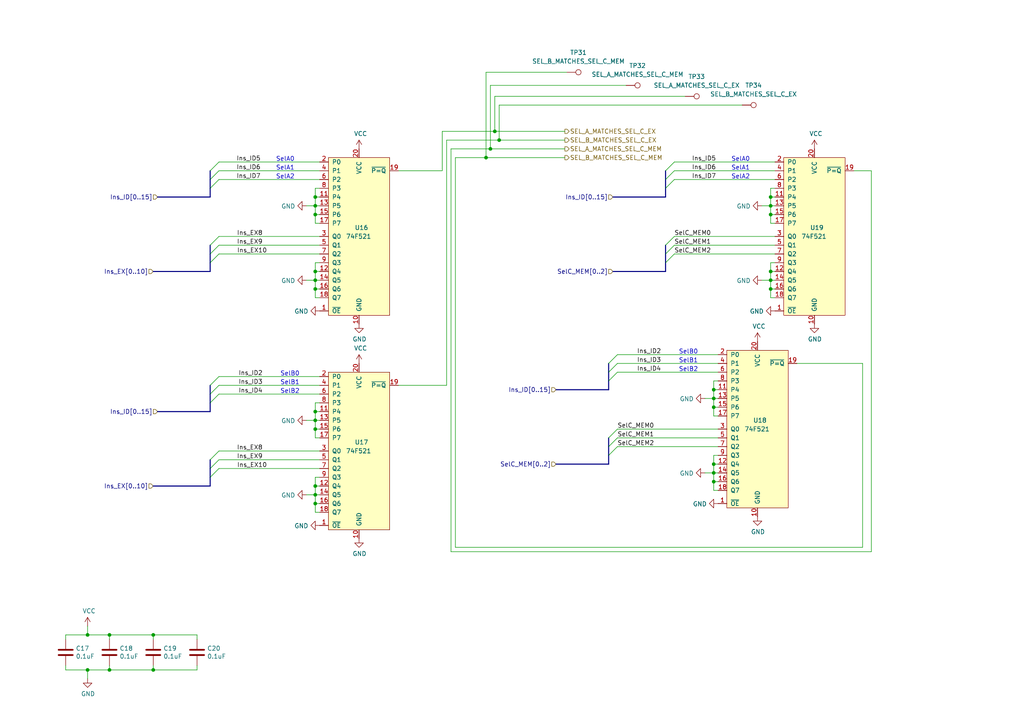
<source format=kicad_sch>
(kicad_sch (version 20230121) (generator eeschema)
  (paper "A4")
  (title_block (date "2023-11-20") (rev "A"))
  (lib_symbols
    (symbol "74xx (kicad5):74F521" (pin_names (offset 1.016))
      (property "Reference" "U" (at 0 0 0))
      (property "Value" "74F521" (at 0 -2.54 0))
      (symbol "74F521_0_0"
        (pin input line (at -11.43 -24.13 0) (length 2.54) (name "~{OE}") (number "1"))
        (pin power_in line (at 0 -27.94 90) (length 2.54) (name "GND") (number "10"))
        (pin input line (at -11.43 8.89 0) (length 2.54) (name "P4") (number "11"))
        (pin input line (at -11.43 -12.7 0) (length 2.54) (name "Q4") (number "12"))
        (pin input line (at -11.43 6.35 0) (length 2.54) (name "P5") (number "13"))
        (pin input line (at -11.43 -15.24 0) (length 2.54) (name "Q5") (number "14"))
        (pin input line (at -11.43 3.81 0) (length 2.54) (name "P6") (number "15"))
        (pin input line (at -11.43 -17.78 0) (length 2.54) (name "Q6") (number "16"))
        (pin input line (at -11.43 1.27 0) (length 2.54) (name "P7") (number "17"))
        (pin input line (at -11.43 -20.32 0) (length 2.54) (name "Q7") (number "18"))
        (pin output line (at 11.43 16.51 180) (length 2.54) (name "~{P=Q}") (number "19"))
        (pin input line (at -11.43 19.05 0) (length 2.54) (name "P0") (number "2"))
        (pin power_in line (at 0 22.86 270) (length 2.54) (name "VCC") (number "20"))
        (pin input line (at -11.43 -2.54 0) (length 2.54) (name "Q0") (number "3"))
        (pin input line (at -11.43 16.51 0) (length 2.54) (name "P1") (number "4"))
        (pin input line (at -11.43 -5.08 0) (length 2.54) (name "Q1") (number "5"))
        (pin input line (at -11.43 13.97 0) (length 2.54) (name "P2") (number "6"))
        (pin input line (at -11.43 -7.62 0) (length 2.54) (name "Q2") (number "7"))
        (pin input line (at -11.43 11.43 0) (length 2.54) (name "P3") (number "8"))
        (pin input line (at -11.43 -10.16 0) (length 2.54) (name "Q3") (number "9"))
      )
      (symbol "74F521_0_1"
        (rectangle (start -8.89 20.32) (end 8.89 -25.4) (fill (type background)))
      )
    )
    (symbol "Connector:TestPoint" (pin_numbers hide) (pin_names (offset 0.762) hide)
      (property "Reference" "TP" (at 0 6.858 0))
      (property "Value" "TestPoint" (at 0 5.08 0))
      (symbol "TestPoint_0_1"
        (circle (center 0 3.302) (radius 0.762))
      )
      (symbol "TestPoint_1_1"
        (pin passive line (at 0 0 90) (length 2.54) (name "1") (number "1"))
      )
    )
    (symbol "Device:C" (pin_numbers hide) (pin_names (offset 0.254))
      (property "Reference" "C" (at 0.635 2.54 0))
      (property "Value" "C" (at 0.635 -2.54 0))
      (symbol "C_0_1"
        (polyline (pts (xy -2.032 -0.762) (xy 2.032 -0.762)) (stroke (width 0.508)))
        (polyline (pts (xy -2.032 0.762) (xy 2.032 0.762)) (stroke (width 0.508)))
      )
      (symbol "C_1_1"
        (pin passive line (at 0 3.81 270) (length 2.794) (name "~") (number "1"))
        (pin passive line (at 0 -3.81 90) (length 2.794) (name "~") (number "2"))
      )
    )
    (symbol "power:GND" (power) (pin_names (offset 0))
      (property "Value" "GND" (at 0 -3.81 0))
      (symbol "GND_0_1"
        (polyline (pts (xy 0 0) (xy 0 -1.27) (xy 1.27 -1.27) (xy 0 -2.54) (xy -1.27 -1.27) (xy 0 -1.27)))
      )
      (symbol "GND_1_1"
        (pin power_in line (at 0 0 270) (length 0) hide (name "GND") (number "1"))
      )
    )
    (symbol "power:VCC" (power) (pin_names (offset 0))
      (property "Value" "VCC" (at 0 3.81 0))
      (symbol "VCC_0_1"
        (polyline (pts (xy -0.762 1.27) (xy 0 2.54)))
        (polyline (pts (xy 0 0) (xy 0 2.54)))
        (polyline (pts (xy 0 2.54) (xy 0.762 1.27)))
      )
      (symbol "VCC_1_1"
        (pin power_in line (at 0 0 90) (length 0) hide (name "VCC") (number "1"))
      )
    )
  )
  (junction (at 207.01 139.7))
  (junction (at 144.78 40.64))
  (junction (at 25.4 184.15))
  (junction (at 207.01 113.03))
  (junction (at 91.44 57.15))
  (junction (at 207.01 137.16))
  (junction (at 143.51 38.1))
  (junction (at 223.52 78.74))
  (junction (at 91.44 119.38))
  (junction (at 223.52 59.69))
  (junction (at 142.24 43.18))
  (junction (at 140.97 45.72))
  (junction (at 25.4 194.31))
  (junction (at 91.44 146.05))
  (junction (at 91.44 140.97))
  (junction (at 207.01 118.11))
  (junction (at 223.52 57.15))
  (junction (at 223.52 62.23))
  (junction (at 91.44 143.51))
  (junction (at 91.44 59.69))
  (junction (at 91.44 81.28))
  (junction (at 223.52 83.82))
  (junction (at 44.45 194.31))
  (junction (at 31.75 194.31))
  (junction (at 223.52 81.28))
  (junction (at 31.75 184.15))
  (junction (at 91.44 62.23))
  (junction (at 91.44 121.92))
  (junction (at 207.01 115.57))
  (junction (at 207.01 134.62))
  (junction (at 44.45 184.15))
  (junction (at 91.44 83.82))
  (junction (at 91.44 78.74))
  (junction (at 91.44 124.46))
  (bus_entry (at 193.04 71.12) (size 2.54 -2.54))
  (bus_entry (at 63.5 46.99) (size -2.54 2.54))
  (bus_entry (at 176.53 127) (size 2.54 -2.54))
  (bus_entry (at 179.07 102.87) (size -2.54 2.54))
  (bus_entry (at 63.5 49.53) (size -2.54 2.54))
  (bus_entry (at 193.04 76.2) (size 2.54 -2.54))
  (bus_entry (at 179.07 105.41) (size -2.54 2.54))
  (bus_entry (at 60.96 138.43) (size 2.54 -2.54))
  (bus_entry (at 63.5 114.3) (size -2.54 2.54))
  (bus_entry (at 176.53 132.08) (size 2.54 -2.54))
  (bus_entry (at 195.58 49.53) (size -2.54 2.54))
  (bus_entry (at 60.96 71.12) (size 2.54 -2.54))
  (bus_entry (at 63.5 109.22) (size -2.54 2.54))
  (bus_entry (at 195.58 46.99) (size -2.54 2.54))
  (bus_entry (at 63.5 111.76) (size -2.54 2.54))
  (bus_entry (at 179.07 107.95) (size -2.54 2.54))
  (bus_entry (at 60.96 135.89) (size 2.54 -2.54))
  (bus_entry (at 195.58 52.07) (size -2.54 2.54))
  (bus_entry (at 60.96 133.35) (size 2.54 -2.54))
  (bus_entry (at 63.5 52.07) (size -2.54 2.54))
  (bus_entry (at 193.04 73.66) (size 2.54 -2.54))
  (bus_entry (at 60.96 73.66) (size 2.54 -2.54))
  (bus_entry (at 176.53 129.54) (size 2.54 -2.54))
  (bus_entry (at 60.96 76.2) (size 2.54 -2.54))
  (bus (pts (xy 60.96 52.07) (xy 60.96 54.61)))
  (wire (pts (xy 143.51 27.94) (xy 143.51 38.1)))
  (bus (pts (xy 60.96 49.53) (xy 60.96 52.07)))
  (wire (pts (xy 91.44 57.15) (xy 91.44 59.69)))
  (wire (pts (xy 140.97 45.72) (xy 163.83 45.72)))
  (bus (pts (xy 177.8 78.74) (xy 193.04 78.74)))
  (wire (pts (xy 44.45 194.31) (xy 57.15 194.31)))
  (wire (pts (xy 91.44 62.23) (xy 91.44 64.77)))
  (wire (pts (xy 195.58 46.99) (xy 224.79 46.99)))
  (bus (pts (xy 161.29 134.62) (xy 176.53 134.62)))
  (bus (pts (xy 176.53 110.49) (xy 176.53 113.03)))
  (bus (pts (xy 176.53 105.41) (xy 176.53 107.95)))
  (wire (pts (xy 130.81 43.18) (xy 142.24 43.18)))
  (bus (pts (xy 176.53 127) (xy 176.53 129.54)))
  (wire (pts (xy 92.71 140.97) (xy 91.44 140.97)))
  (wire (pts (xy 231.14 105.41) (xy 250.19 105.41)))
  (wire (pts (xy 63.5 109.22) (xy 92.71 109.22)))
  (bus (pts (xy 60.96 135.89) (xy 60.96 138.43)))
  (bus (pts (xy 176.53 132.08) (xy 176.53 134.62)))
  (wire (pts (xy 91.44 121.92) (xy 91.44 124.46)))
  (wire (pts (xy 132.08 45.72) (xy 140.97 45.72)))
  (wire (pts (xy 224.79 68.58) (xy 195.58 68.58)))
  (wire (pts (xy 223.52 59.69) (xy 224.79 59.69)))
  (wire (pts (xy 215.265 30.48) (xy 144.78 30.48)))
  (bus (pts (xy 176.53 129.54) (xy 176.53 132.08)))
  (bus (pts (xy 193.04 73.66) (xy 193.04 76.2)))
  (wire (pts (xy 207.01 115.57) (xy 208.28 115.57)))
  (wire (pts (xy 25.4 196.85) (xy 25.4 194.31)))
  (wire (pts (xy 207.01 139.7) (xy 207.01 142.24)))
  (wire (pts (xy 57.15 184.15) (xy 57.15 185.42)))
  (wire (pts (xy 91.44 121.92) (xy 88.9 121.92)))
  (wire (pts (xy 142.24 24.765) (xy 142.24 43.18)))
  (wire (pts (xy 224.79 57.15) (xy 223.52 57.15)))
  (wire (pts (xy 25.4 194.31) (xy 31.75 194.31)))
  (wire (pts (xy 91.44 59.69) (xy 91.44 62.23)))
  (wire (pts (xy 207.01 137.16) (xy 204.47 137.16)))
  (wire (pts (xy 91.44 59.69) (xy 92.71 59.69)))
  (bus (pts (xy 193.04 71.12) (xy 193.04 73.66)))
  (wire (pts (xy 207.01 120.65) (xy 208.28 120.65)))
  (wire (pts (xy 207.01 137.16) (xy 207.01 139.7)))
  (bus (pts (xy 60.96 57.15) (xy 45.72 57.15)))
  (wire (pts (xy 179.07 102.87) (xy 208.28 102.87)))
  (wire (pts (xy 223.52 64.77) (xy 224.79 64.77)))
  (bus (pts (xy 193.04 49.53) (xy 193.04 52.07)))
  (wire (pts (xy 142.24 24.765) (xy 181.61 24.765)))
  (wire (pts (xy 208.28 129.54) (xy 179.07 129.54)))
  (wire (pts (xy 207.01 142.24) (xy 208.28 142.24)))
  (wire (pts (xy 91.44 138.43) (xy 91.44 140.97)))
  (wire (pts (xy 250.19 158.75) (xy 132.08 158.75)))
  (wire (pts (xy 207.01 137.16) (xy 208.28 137.16)))
  (wire (pts (xy 224.79 73.66) (xy 195.58 73.66)))
  (wire (pts (xy 19.05 184.15) (xy 25.4 184.15)))
  (bus (pts (xy 60.96 73.66) (xy 60.96 76.2)))
  (wire (pts (xy 195.58 71.12) (xy 224.79 71.12)))
  (wire (pts (xy 19.05 185.42) (xy 19.05 184.15)))
  (bus (pts (xy 44.45 78.74) (xy 60.96 78.74)))
  (wire (pts (xy 92.71 83.82) (xy 91.44 83.82)))
  (wire (pts (xy 92.71 116.84) (xy 91.44 116.84)))
  (wire (pts (xy 63.5 68.58) (xy 92.71 68.58)))
  (bus (pts (xy 176.53 107.95) (xy 176.53 110.49)))
  (wire (pts (xy 208.28 124.46) (xy 179.07 124.46)))
  (wire (pts (xy 91.44 143.51) (xy 92.71 143.51)))
  (wire (pts (xy 25.4 181.61) (xy 25.4 184.15)))
  (wire (pts (xy 223.52 57.15) (xy 223.52 59.69)))
  (bus (pts (xy 176.53 113.03) (xy 161.29 113.03)))
  (wire (pts (xy 223.52 54.61) (xy 223.52 57.15)))
  (wire (pts (xy 91.44 81.28) (xy 91.44 83.82)))
  (wire (pts (xy 208.28 118.11) (xy 207.01 118.11)))
  (wire (pts (xy 92.71 76.2) (xy 91.44 76.2)))
  (wire (pts (xy 91.44 83.82) (xy 91.44 86.36)))
  (wire (pts (xy 195.58 49.53) (xy 224.79 49.53)))
  (wire (pts (xy 91.44 119.38) (xy 91.44 121.92)))
  (wire (pts (xy 63.5 71.12) (xy 92.71 71.12)))
  (wire (pts (xy 223.52 81.28) (xy 223.52 83.82)))
  (wire (pts (xy 208.28 110.49) (xy 207.01 110.49)))
  (bus (pts (xy 193.04 54.61) (xy 193.04 57.15)))
  (wire (pts (xy 207.01 115.57) (xy 207.01 118.11)))
  (wire (pts (xy 91.44 121.92) (xy 92.71 121.92)))
  (wire (pts (xy 91.44 148.59) (xy 92.71 148.59)))
  (wire (pts (xy 207.01 110.49) (xy 207.01 113.03)))
  (wire (pts (xy 91.44 81.28) (xy 92.71 81.28)))
  (wire (pts (xy 208.28 132.08) (xy 207.01 132.08)))
  (bus (pts (xy 193.04 57.15) (xy 177.8 57.15)))
  (wire (pts (xy 92.71 54.61) (xy 91.44 54.61)))
  (bus (pts (xy 60.96 133.35) (xy 60.96 135.89)))
  (bus (pts (xy 60.96 114.3) (xy 60.96 116.84)))
  (wire (pts (xy 91.44 54.61) (xy 91.44 57.15)))
  (wire (pts (xy 92.71 146.05) (xy 91.44 146.05)))
  (wire (pts (xy 223.52 86.36) (xy 224.79 86.36)))
  (wire (pts (xy 128.27 49.53) (xy 128.27 38.1)))
  (wire (pts (xy 91.44 76.2) (xy 91.44 78.74)))
  (wire (pts (xy 223.52 83.82) (xy 223.52 86.36)))
  (wire (pts (xy 91.44 143.51) (xy 88.9 143.51)))
  (wire (pts (xy 207.01 113.03) (xy 207.01 115.57)))
  (wire (pts (xy 224.79 78.74) (xy 223.52 78.74)))
  (wire (pts (xy 44.45 184.15) (xy 57.15 184.15)))
  (wire (pts (xy 91.44 78.74) (xy 91.44 81.28)))
  (wire (pts (xy 63.5 73.66) (xy 92.71 73.66)))
  (bus (pts (xy 60.96 71.12) (xy 60.96 73.66)))
  (bus (pts (xy 60.96 116.84) (xy 60.96 119.38)))
  (wire (pts (xy 91.44 146.05) (xy 91.44 148.59)))
  (wire (pts (xy 207.01 134.62) (xy 207.01 137.16)))
  (bus (pts (xy 193.04 76.2) (xy 193.04 78.74)))
  (wire (pts (xy 224.79 54.61) (xy 223.52 54.61)))
  (wire (pts (xy 63.5 114.3) (xy 92.71 114.3)))
  (wire (pts (xy 224.79 76.2) (xy 223.52 76.2)))
  (wire (pts (xy 223.52 59.69) (xy 220.98 59.69)))
  (wire (pts (xy 140.97 20.955) (xy 164.465 20.955)))
  (wire (pts (xy 223.52 76.2) (xy 223.52 78.74)))
  (wire (pts (xy 92.71 124.46) (xy 91.44 124.46)))
  (wire (pts (xy 252.73 160.02) (xy 130.81 160.02)))
  (wire (pts (xy 19.05 194.31) (xy 25.4 194.31)))
  (wire (pts (xy 63.5 111.76) (xy 92.71 111.76)))
  (wire (pts (xy 92.71 119.38) (xy 91.44 119.38)))
  (wire (pts (xy 142.24 43.18) (xy 163.83 43.18)))
  (wire (pts (xy 63.5 46.99) (xy 92.71 46.99)))
  (wire (pts (xy 195.58 52.07) (xy 224.79 52.07)))
  (wire (pts (xy 140.97 20.955) (xy 140.97 45.72)))
  (wire (pts (xy 91.44 116.84) (xy 91.44 119.38)))
  (wire (pts (xy 144.78 40.64) (xy 163.83 40.64)))
  (wire (pts (xy 25.4 184.15) (xy 31.75 184.15)))
  (wire (pts (xy 92.71 57.15) (xy 91.44 57.15)))
  (wire (pts (xy 63.5 130.81) (xy 92.71 130.81)))
  (bus (pts (xy 60.96 138.43) (xy 60.96 140.97)))
  (wire (pts (xy 115.57 49.53) (xy 128.27 49.53)))
  (bus (pts (xy 44.45 140.97) (xy 60.96 140.97)))
  (wire (pts (xy 31.75 184.15) (xy 31.75 185.42)))
  (wire (pts (xy 92.71 62.23) (xy 91.44 62.23)))
  (wire (pts (xy 129.54 40.64) (xy 144.78 40.64)))
  (wire (pts (xy 31.75 194.31) (xy 31.75 193.04)))
  (bus (pts (xy 60.96 76.2) (xy 60.96 78.74)))
  (wire (pts (xy 223.52 62.23) (xy 223.52 64.77)))
  (wire (pts (xy 207.01 115.57) (xy 204.47 115.57)))
  (bus (pts (xy 193.04 52.07) (xy 193.04 54.61)))
  (wire (pts (xy 179.07 127) (xy 208.28 127)))
  (wire (pts (xy 31.75 184.15) (xy 44.45 184.15)))
  (wire (pts (xy 129.54 40.64) (xy 129.54 111.76)))
  (wire (pts (xy 247.65 49.53) (xy 252.73 49.53)))
  (wire (pts (xy 63.5 133.35) (xy 92.71 133.35)))
  (wire (pts (xy 252.73 49.53) (xy 252.73 160.02)))
  (wire (pts (xy 91.44 81.28) (xy 88.9 81.28)))
  (wire (pts (xy 224.79 83.82) (xy 223.52 83.82)))
  (wire (pts (xy 130.81 43.18) (xy 130.81 160.02)))
  (wire (pts (xy 223.52 81.28) (xy 220.98 81.28)))
  (wire (pts (xy 144.78 30.48) (xy 144.78 40.64)))
  (wire (pts (xy 91.44 124.46) (xy 91.44 127)))
  (wire (pts (xy 19.05 193.04) (xy 19.05 194.31)))
  (wire (pts (xy 63.5 135.89) (xy 92.71 135.89)))
  (wire (pts (xy 92.71 138.43) (xy 91.44 138.43)))
  (wire (pts (xy 115.57 111.76) (xy 129.54 111.76)))
  (wire (pts (xy 91.44 59.69) (xy 88.9 59.69)))
  (wire (pts (xy 207.01 132.08) (xy 207.01 134.62)))
  (wire (pts (xy 57.15 194.31) (xy 57.15 193.04)))
  (bus (pts (xy 60.96 111.76) (xy 60.96 114.3)))
  (wire (pts (xy 91.44 86.36) (xy 92.71 86.36)))
  (wire (pts (xy 179.07 107.95) (xy 208.28 107.95)))
  (wire (pts (xy 91.44 143.51) (xy 91.44 146.05)))
  (wire (pts (xy 91.44 127) (xy 92.71 127)))
  (wire (pts (xy 143.51 38.1) (xy 163.83 38.1)))
  (wire (pts (xy 198.755 27.94) (xy 143.51 27.94)))
  (wire (pts (xy 92.71 78.74) (xy 91.44 78.74)))
  (wire (pts (xy 128.27 38.1) (xy 143.51 38.1)))
  (wire (pts (xy 44.45 184.15) (xy 44.45 185.42)))
  (wire (pts (xy 63.5 49.53) (xy 92.71 49.53)))
  (wire (pts (xy 223.52 59.69) (xy 223.52 62.23)))
  (wire (pts (xy 208.28 139.7) (xy 207.01 139.7)))
  (wire (pts (xy 91.44 140.97) (xy 91.44 143.51)))
  (wire (pts (xy 208.28 113.03) (xy 207.01 113.03)))
  (wire (pts (xy 31.75 194.31) (xy 44.45 194.31)))
  (bus (pts (xy 60.96 54.61) (xy 60.96 57.15)))
  (bus (pts (xy 60.96 119.38) (xy 45.72 119.38)))
  (wire (pts (xy 44.45 194.31) (xy 44.45 193.04)))
  (wire (pts (xy 179.07 105.41) (xy 208.28 105.41)))
  (wire (pts (xy 223.52 81.28) (xy 224.79 81.28)))
  (wire (pts (xy 132.08 45.72) (xy 132.08 158.75)))
  (wire (pts (xy 224.79 62.23) (xy 223.52 62.23)))
  (wire (pts (xy 207.01 118.11) (xy 207.01 120.65)))
  (wire (pts (xy 63.5 52.07) (xy 92.71 52.07)))
  (wire (pts (xy 223.52 78.74) (xy 223.52 81.28)))
  (wire (pts (xy 208.28 134.62) (xy 207.01 134.62)))
  (wire (pts (xy 91.44 64.77) (xy 92.71 64.77)))
  (wire (pts (xy 250.19 105.41) (xy 250.19 158.75)))
  (text "SelA0" (at 212.09 46.99 0) (effects (font (size 1.27 1.27)) (justify left bottom)))
  (text "SelB1" (at 81.28 111.76 0) (effects (font (size 1.27 1.27)) (justify left bottom)))
  (text "SelA2" (at 212.09 52.07 0) (effects (font (size 1.27 1.27)) (justify left bottom)))
  (text "SelA1" (at 212.09 49.53 0) (effects (font (size 1.27 1.27)) (justify left bottom)))
  (text "SelB2" (at 196.85 107.95 0) (effects (font (size 1.27 1.27)) (justify left bottom)))
  (text "SelA0" (at 80.01 46.99 0) (effects (font (size 1.27 1.27)) (justify left bottom)))
  (text "SelB2" (at 81.28 114.3 0) (effects (font (size 1.27 1.27)) (justify left bottom)))
  (text "SelA1" (at 80.01 49.53 0) (effects (font (size 1.27 1.27)) (justify left bottom)))
  (text "SelA2" (at 80.01 52.07 0) (effects (font (size 1.27 1.27)) (justify left bottom)))
  (text "SelB0" (at 196.85 102.87 0) (effects (font (size 1.27 1.27)) (justify left bottom)))
  (text "SelB0" (at 81.28 109.22 0) (effects (font (size 1.27 1.27)) (justify left bottom)))
  (text "SelB1" (at 196.85 105.41 0) (effects (font (size 1.27 1.27)) (justify left bottom)))
  (label "Ins_ID7" (at 200.66 52.07 0))
  (label "SelC_MEM1" (at 195.58 71.12 0))
  (label "SelC_MEM0" (at 195.58 68.58 0))
  (label "SelC_MEM0" (at 179.07 124.46 0))
  (label "Ins_ID3" (at 76.2 111.76 180))
  (label "Ins_EX9" (at 76.2 133.35 180))
  (label "Ins_EX10" (at 77.47 135.89 180))
  (label "Ins_EX9" (at 76.2 71.12 180))
  (label "Ins_EX8" (at 76.2 68.58 180))
  (label "Ins_ID2" (at 76.2 109.22 180))
  (label "Ins_EX8" (at 76.2 130.81 180))
  (label "SelC_MEM2" (at 179.07 129.54 0))
  (label "Ins_ID4" (at 76.2 114.3 180))
  (label "Ins_ID6" (at 68.58 49.53 0))
  (label "Ins_EX10" (at 77.47 73.66 180))
  (label "Ins_ID2" (at 191.77 102.87 180))
  (label "Ins_ID6" (at 200.66 49.53 0))
  (label "SelC_MEM1" (at 179.07 127 0))
  (label "Ins_ID3" (at 191.77 105.41 180))
  (label "SelC_MEM2" (at 195.58 73.66 0))
  (label "Ins_ID5" (at 200.66 46.99 0))
  (label "Ins_ID5" (at 68.58 46.99 0))
  (label "Ins_ID7" (at 68.58 52.07 0))
  (label "Ins_ID4" (at 191.77 107.95 180))
  (hierarchical_label "SEL_A_MATCHES_SEL_C_EX" (shape output) (at 163.83 38.1 0))
  (hierarchical_label "Ins_EX[0..10]" (shape input) (at 44.45 78.74 180))
  (hierarchical_label "SEL_A_MATCHES_SEL_C_MEM" (shape output) (at 163.83 43.18 0))
  (hierarchical_label "SEL_B_MATCHES_SEL_C_MEM" (shape output) (at 163.83 45.72 0))
  (hierarchical_label "SelC_MEM[0..2]" (shape input) (at 161.29 134.62 180))
  (hierarchical_label "Ins_ID[0..15]" (shape input) (at 161.29 113.03 180))
  (hierarchical_label "Ins_ID[0..15]" (shape input) (at 45.72 119.38 180))
  (hierarchical_label "Ins_ID[0..15]" (shape input) (at 45.72 57.15 180))
  (hierarchical_label "Ins_EX[0..10]" (shape input) (at 44.45 140.97 180))
  (hierarchical_label "SelC_MEM[0..2]" (shape input) (at 177.8 78.74 180))
  (hierarchical_label "Ins_ID[0..15]" (shape input) (at 177.8 57.15 180))
  (hierarchical_label "SEL_B_MATCHES_SEL_C_EX" (shape output) (at 163.83 40.64 0))
  (symbol (lib_id "Device:C") (at 19.05 189.23 0) (unit 1)
    (property "Reference" "C17" (at 21.971 188.0616 0) (effects (justify left)))
    (property "Value" "0.1uF" (at 21.971 190.373 0) (effects (justify left)))
    (property "Footprint" "Capacitor_SMD:C_0603_1608Metric_Pad1.08x0.95mm_HandSolder" (effects hide))
    (property "Mouser" "https://www.mouser.com/ProductDetail/963-EMK107B7104KAHT" (effects hide))
  )
  (symbol (lib_id "power:VCC") (at 25.4 181.61 0) (unit 1)
    (property "Reference" "#PWR084" (effects hide))
    (property "Value" "VCC" (at 25.8318 177.2158 0))
  )
  (symbol (lib_id "power:GND") (at 25.4 196.85 0) (unit 1)
    (property "Reference" "#PWR085" (effects hide))
    (property "Value" "GND" (at 25.527 201.2442 0))
  )
  (symbol (lib_id "Device:C") (at 31.75 189.23 0) (unit 1)
    (property "Reference" "C18" (at 34.671 188.0616 0) (effects (justify left)))
    (property "Value" "0.1uF" (at 34.671 190.373 0) (effects (justify left)))
    (property "Footprint" "Capacitor_SMD:C_0603_1608Metric_Pad1.08x0.95mm_HandSolder" (effects hide))
    (property "Mouser" "https://www.mouser.com/ProductDetail/963-EMK107B7104KAHT" (effects hide))
  )
  (symbol (lib_id "Device:C") (at 44.45 189.23 0) (unit 1)
    (property "Reference" "C19" (at 47.371 188.0616 0) (effects (justify left)))
    (property "Value" "0.1uF" (at 47.371 190.373 0) (effects (justify left)))
    (property "Footprint" "Capacitor_SMD:C_0603_1608Metric_Pad1.08x0.95mm_HandSolder" (effects hide))
    (property "Mouser" "https://www.mouser.com/ProductDetail/963-EMK107B7104KAHT" (effects hide))
  )
  (symbol (lib_id "Device:C") (at 57.15 189.23 0) (unit 1)
    (property "Reference" "C20" (at 60.071 188.0616 0) (effects (justify left)))
    (property "Value" "0.1uF" (at 60.071 190.373 0) (effects (justify left)))
    (property "Footprint" "Capacitor_SMD:C_0603_1608Metric_Pad1.08x0.95mm_HandSolder" (effects hide))
    (property "Mouser" "https://www.mouser.com/ProductDetail/963-EMK107B7104KAHT" (effects hide))
  )
  (symbol (lib_id "74xx (kicad5):74F521") (at 104.14 66.04 0) (unit 1)
    (property "Reference" "U16" (at 102.87 66.04 0) (effects (justify left)))
    (property "Value" "74F521" (at 100.33 68.58 0) (effects (justify left)))
    (property "Footprint" "Package_SO:SOIC-20W_7.5x12.8mm_P1.27mm" (effects hide))
    (property "Datasheet" "https://www.ti.com/lit/ds/symlink/sn74f521.pdf?HQS=dis-mous-null-mousermode-dsf-pf-null-wwe&ts=1617462836509" (effects hide))
    (property "Mouser" "https://www.mouser.com/ProductDetail/Texas-Instruments/SN74F521DWR?qs=mE33ZKBHyE6Hxf0oNfiDUg%3D%3D" (effects hide))
  )
  (symbol (lib_id "power:VCC") (at 104.14 43.18 0) (unit 1)
    (property "Reference" "#PWR092" (effects hide))
    (property "Value" "VCC" (at 104.5718 38.7858 0))
  )
  (symbol (lib_id "power:GND") (at 104.14 93.98 0) (unit 1)
    (property "Reference" "#PWR093" (effects hide))
    (property "Value" "GND" (at 104.267 98.3742 0))
  )
  (symbol (lib_id "power:GND") (at 92.71 90.17 270) (unit 1)
    (property "Reference" "#PWR090" (effects hide))
    (property "Value" "GND" (at 89.4588 90.297 90) (effects (justify right)))
  )
  (symbol (lib_id "power:GND") (at 88.9 81.28 270) (unit 1)
    (property "Reference" "#PWR087" (effects hide))
    (property "Value" "GND" (at 85.6488 81.407 90) (effects (justify right)))
  )
  (symbol (lib_id "power:GND") (at 88.9 59.69 270) (unit 1)
    (property "Reference" "#PWR086" (effects hide))
    (property "Value" "GND" (at 85.6488 59.817 90) (effects (justify right)))
  )
  (symbol (lib_id "74xx (kicad5):74F521") (at 104.14 128.27 0) (unit 1)
    (property "Reference" "U17" (at 102.87 128.27 0) (effects (justify left)))
    (property "Value" "74F521" (at 100.33 130.81 0) (effects (justify left)))
    (property "Footprint" "Package_SO:SOIC-20W_7.5x12.8mm_P1.27mm" (effects hide))
    (property "Datasheet" "https://www.ti.com/lit/ds/symlink/sn74f521.pdf?HQS=dis-mous-null-mousermode-dsf-pf-null-wwe&ts=1617462836509" (effects hide))
    (property "Mouser" "https://www.mouser.com/ProductDetail/Texas-Instruments/SN74F521DWR?qs=mE33ZKBHyE6Hxf0oNfiDUg%3D%3D" (effects hide))
  )
  (symbol (lib_id "power:VCC") (at 104.14 105.41 0) (unit 1)
    (property "Reference" "#PWR094" (effects hide))
    (property "Value" "VCC" (at 104.5718 101.0158 0))
  )
  (symbol (lib_id "power:GND") (at 104.14 156.21 0) (unit 1)
    (property "Reference" "#PWR095" (effects hide))
    (property "Value" "GND" (at 104.267 160.6042 0))
  )
  (symbol (lib_id "power:GND") (at 92.71 152.4 270) (unit 1)
    (property "Reference" "#PWR091" (effects hide))
    (property "Value" "GND" (at 89.4588 152.527 90) (effects (justify right)))
  )
  (symbol (lib_id "power:GND") (at 88.9 143.51 270) (unit 1)
    (property "Reference" "#PWR089" (effects hide))
    (property "Value" "GND" (at 85.6488 143.637 90) (effects (justify right)))
  )
  (symbol (lib_id "power:GND") (at 88.9 121.92 270) (unit 1)
    (property "Reference" "#PWR088" (effects hide))
    (property "Value" "GND" (at 85.6488 122.047 90) (effects (justify right)))
  )
  (symbol (lib_id "power:GND") (at 220.98 59.69 270) (unit 1)
    (property "Reference" "#PWR0101" (effects hide))
    (property "Value" "GND" (at 217.7288 59.817 90) (effects (justify right)))
  )
  (symbol (lib_id "power:GND") (at 220.98 81.28 270) (unit 1)
    (property "Reference" "#PWR0102" (effects hide))
    (property "Value" "GND" (at 217.7288 81.407 90) (effects (justify right)))
  )
  (symbol (lib_id "power:GND") (at 224.79 90.17 270) (unit 1)
    (property "Reference" "#PWR0103" (effects hide))
    (property "Value" "GND" (at 221.5388 90.297 90) (effects (justify right)))
  )
  (symbol (lib_id "power:GND") (at 236.22 93.98 0) (unit 1)
    (property "Reference" "#PWR0105" (effects hide))
    (property "Value" "GND" (at 236.347 98.3742 0))
  )
  (symbol (lib_id "power:VCC") (at 236.22 43.18 0) (unit 1)
    (property "Reference" "#PWR0104" (effects hide))
    (property "Value" "VCC" (at 236.6518 38.7858 0))
  )
  (symbol (lib_id "74xx (kicad5):74F521") (at 236.22 66.04 0) (unit 1)
    (property "Reference" "U19" (at 234.95 66.04 0) (effects (justify left)))
    (property "Value" "74F521" (at 232.41 68.58 0) (effects (justify left)))
    (property "Footprint" "Package_SO:SOIC-20W_7.5x12.8mm_P1.27mm" (effects hide))
    (property "Datasheet" "https://www.ti.com/lit/ds/symlink/sn74f521.pdf?HQS=dis-mous-null-mousermode-dsf-pf-null-wwe&ts=1617462836509" (effects hide))
    (property "Mouser" "https://www.mouser.com/ProductDetail/Texas-Instruments/SN74F521DWR?qs=mE33ZKBHyE6Hxf0oNfiDUg%3D%3D" (effects hide))
  )
  (symbol (lib_id "74xx (kicad5):74F521") (at 219.71 121.92 0) (unit 1)
    (property "Reference" "U18" (at 218.44 121.92 0) (effects (justify left)))
    (property "Value" "74F521" (at 215.9 124.46 0) (effects (justify left)))
    (property "Footprint" "Package_SO:SOIC-20W_7.5x12.8mm_P1.27mm" (effects hide))
    (property "Datasheet" "https://www.ti.com/lit/ds/symlink/sn74f521.pdf?HQS=dis-mous-null-mousermode-dsf-pf-null-wwe&ts=1617462836509" (effects hide))
    (property "Mouser" "https://www.mouser.com/ProductDetail/Texas-Instruments/SN74F521DWR?qs=mE33ZKBHyE6Hxf0oNfiDUg%3D%3D" (effects hide))
  )
  (symbol (lib_id "power:VCC") (at 219.71 99.06 0) (unit 1)
    (property "Reference" "#PWR099" (effects hide))
    (property "Value" "VCC" (at 220.1418 94.6658 0))
  )
  (symbol (lib_id "power:GND") (at 219.71 149.86 0) (unit 1)
    (property "Reference" "#PWR0100" (effects hide))
    (property "Value" "GND" (at 219.837 154.2542 0))
  )
  (symbol (lib_id "power:GND") (at 208.28 146.05 270) (unit 1)
    (property "Reference" "#PWR098" (effects hide))
    (property "Value" "GND" (at 205.0288 146.177 90) (effects (justify right)))
  )
  (symbol (lib_id "power:GND") (at 204.47 137.16 270) (unit 1)
    (property "Reference" "#PWR097" (effects hide))
    (property "Value" "GND" (at 201.2188 137.287 90) (effects (justify right)))
  )
  (symbol (lib_id "power:GND") (at 204.47 115.57 270) (unit 1)
    (property "Reference" "#PWR096" (effects hide))
    (property "Value" "GND" (at 201.2188 115.697 90) (effects (justify right)))
  )
  (symbol (lib_id "Connector:TestPoint") (at 215.265 30.48 270) (mirror x) (unit 1)
    (property "Reference" "TP34" (at 218.567 24.765 90))
    (property "Value" "SEL_B_MATCHES_SEL_C_EX" (at 218.567 27.305 90))
    (property "Footprint" "TestPoint:TestPoint_Pad_D1.0mm" (effects hide))
  )
  (symbol (lib_id "Connector:TestPoint") (at 164.465 20.955 270) (mirror x) (unit 1)
    (property "Reference" "TP31" (at 167.767 15.24 90))
    (property "Value" "SEL_B_MATCHES_SEL_C_MEM" (at 167.767 17.78 90))
    (property "Footprint" "TestPoint:TestPoint_Pad_D1.0mm" (effects hide))
  )
  (symbol (lib_id "Connector:TestPoint") (at 198.755 27.94 270) (mirror x) (unit 1)
    (property "Reference" "TP33" (at 202.057 22.225 90))
    (property "Value" "SEL_A_MATCHES_SEL_C_EX" (at 202.057 24.765 90))
    (property "Footprint" "TestPoint:TestPoint_Pad_D1.0mm" (effects hide))
  )
  (symbol (lib_id "Connector:TestPoint") (at 181.61 24.765 270) (mirror x) (unit 1)
    (property "Reference" "TP32" (at 184.912 19.05 90))
    (property "Value" "SEL_A_MATCHES_SEL_C_MEM" (at 184.912 21.59 90))
    (property "Footprint" "TestPoint:TestPoint_Pad_D1.0mm" (effects hide))
  )
)
</source>
